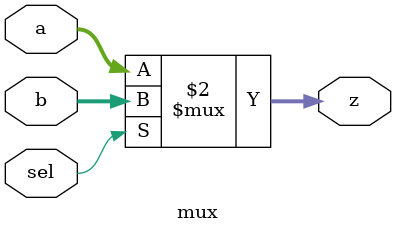
<source format=v>

module mux #(
	parameter WIDTH = 12)(sel,a,b,z);
input [WIDTH-1:0] a,b;
output [WIDTH-1:0]z;
input sel;

assign z = (sel==0) ? a : b;
endmodule

</source>
